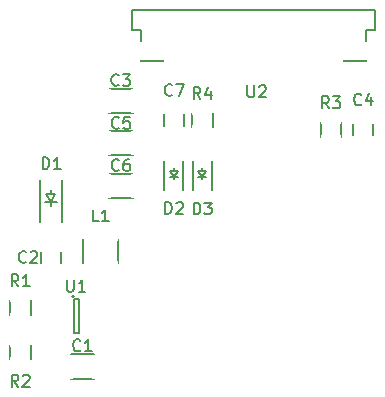
<source format=gto>
G04 #@! TF.GenerationSoftware,KiCad,Pcbnew,(2017-01-24 revision 0b6147e)-makepkg*
G04 #@! TF.CreationDate,2017-10-03T07:54:18-07:00*
G04 #@! TF.ProjectId,OLED_1.5_128X128_breakout,4F4C45445F312E355F31323858313238,rev?*
G04 #@! TF.FileFunction,Legend,Top*
G04 #@! TF.FilePolarity,Positive*
%FSLAX46Y46*%
G04 Gerber Fmt 4.6, Leading zero omitted, Abs format (unit mm)*
G04 Created by KiCad (PCBNEW (2017-01-24 revision 0b6147e)-makepkg) date 10/03/17 07:54:18*
%MOMM*%
%LPD*%
G01*
G04 APERTURE LIST*
%ADD10C,0.100000*%
%ADD11C,0.150000*%
%ADD12R,1.650000X1.400000*%
%ADD13R,0.700000X1.800000*%
%ADD14R,1.300000X1.500000*%
%ADD15R,1.400000X2.000000*%
%ADD16R,1.620000X1.310000*%
%ADD17R,1.200000X1.700000*%
%ADD18R,2.900000X1.400000*%
%ADD19R,2.127200X2.432000*%
%ADD20O,2.127200X2.432000*%
%ADD21R,1.460000X1.050000*%
%ADD22R,1.700000X1.100000*%
%ADD23C,3.100000*%
G04 APERTURE END LIST*
D10*
D11*
X65860000Y-64640000D02*
X65860000Y-63640000D01*
X64160000Y-63640000D02*
X64160000Y-64640000D01*
X79239000Y-59159000D02*
X79239000Y-59159000D01*
X81271000Y-58905000D02*
X81271000Y-59159000D01*
X81271000Y-59159000D02*
X79239000Y-59159000D01*
X79239000Y-59159000D02*
X79239000Y-59159000D01*
X81271000Y-57635000D02*
X81271000Y-56492000D01*
X81271000Y-56492000D02*
X81271000Y-56492000D01*
X82033000Y-56492000D02*
X82033000Y-55603000D01*
X82033000Y-55603000D02*
X82033000Y-55603000D01*
X82033000Y-54841000D02*
X82033000Y-55603000D01*
X82033000Y-55603000D02*
X82033000Y-55603000D01*
X62221000Y-58905000D02*
X62221000Y-59032000D01*
X62221000Y-59032000D02*
X62221000Y-59032000D01*
X64253000Y-59159000D02*
X62221000Y-59159000D01*
X62221000Y-59159000D02*
X62221000Y-59159000D01*
X62221000Y-59159000D02*
X62221000Y-59032000D01*
X62221000Y-59032000D02*
X62221000Y-59032000D01*
X62221000Y-57635000D02*
X62221000Y-56492000D01*
X62221000Y-56492000D02*
X62221000Y-56492000D01*
X62221000Y-56492000D02*
X61459000Y-56492000D01*
X61459000Y-56492000D02*
X61459000Y-56492000D01*
X82033000Y-54841000D02*
X61459000Y-54841000D01*
X61459000Y-54841000D02*
X61459000Y-54841000D01*
X61459000Y-56492000D02*
X61459000Y-54841000D01*
X81271000Y-56492000D02*
X82033000Y-56492000D01*
X58250000Y-83975000D02*
X56250000Y-83975000D01*
X56250000Y-86025000D02*
X58250000Y-86025000D01*
X59500000Y-63525000D02*
X61500000Y-63525000D01*
X61500000Y-61475000D02*
X59500000Y-61475000D01*
X61500000Y-65075000D02*
X59500000Y-65075000D01*
X59500000Y-67125000D02*
X61500000Y-67125000D01*
X61500000Y-68715000D02*
X59500000Y-68715000D01*
X59500000Y-70765000D02*
X61500000Y-70765000D01*
X54590000Y-70412500D02*
X54590000Y-70031500D01*
X54590000Y-71428500D02*
X54590000Y-71047500D01*
X54590000Y-71047500D02*
X54209000Y-70412500D01*
X54209000Y-70412500D02*
X54971000Y-70412500D01*
X54971000Y-70412500D02*
X54590000Y-71047500D01*
X54082000Y-71047500D02*
X55098000Y-71047500D01*
X55490000Y-72730000D02*
X55490000Y-69190000D01*
X53690000Y-72730000D02*
X53690000Y-69190000D01*
X65000000Y-68470000D02*
X65000000Y-68220000D01*
X65000000Y-68970000D02*
X65000000Y-69220000D01*
X65000000Y-68970000D02*
X64650000Y-68470000D01*
X64650000Y-68470000D02*
X65350000Y-68470000D01*
X65350000Y-68470000D02*
X65000000Y-68970000D01*
X64650000Y-68970000D02*
X65350000Y-68970000D01*
X65800000Y-70020000D02*
X65800000Y-67620000D01*
X64200000Y-70020000D02*
X64200000Y-67620000D01*
X66590000Y-70020000D02*
X66590000Y-67620000D01*
X68190000Y-70020000D02*
X68190000Y-67620000D01*
X67040000Y-68970000D02*
X67740000Y-68970000D01*
X67740000Y-68470000D02*
X67390000Y-68970000D01*
X67040000Y-68470000D02*
X67740000Y-68470000D01*
X67390000Y-68970000D02*
X67040000Y-68470000D01*
X67390000Y-68970000D02*
X67390000Y-69220000D01*
X67390000Y-68470000D02*
X67390000Y-68220000D01*
X60265000Y-76210000D02*
X60265000Y-74210000D01*
X57315000Y-74210000D02*
X57315000Y-76210000D01*
X56550000Y-79050000D02*
G75*
G03X56550000Y-79050000I-100000J0D01*
G01*
X57000000Y-79300000D02*
X56500000Y-79300000D01*
X57000000Y-82200000D02*
X57000000Y-79300000D01*
X56500000Y-82200000D02*
X57000000Y-82200000D01*
X56500000Y-79300000D02*
X56500000Y-82200000D01*
X66535000Y-64740000D02*
X66535000Y-63540000D01*
X68285000Y-63540000D02*
X68285000Y-64740000D01*
X51125000Y-80600000D02*
X51125000Y-79400000D01*
X52875000Y-79400000D02*
X52875000Y-80600000D01*
X52875000Y-83150000D02*
X52875000Y-84350000D01*
X51125000Y-84350000D02*
X51125000Y-83150000D01*
X55440000Y-76270000D02*
X55440000Y-75270000D01*
X53740000Y-75270000D02*
X53740000Y-76270000D01*
X81880000Y-65430000D02*
X81880000Y-64430000D01*
X80180000Y-64430000D02*
X80180000Y-65430000D01*
X77415000Y-65530000D02*
X77415000Y-64330000D01*
X79165000Y-64330000D02*
X79165000Y-65530000D01*
X64843333Y-61997142D02*
X64795714Y-62044761D01*
X64652857Y-62092380D01*
X64557619Y-62092380D01*
X64414761Y-62044761D01*
X64319523Y-61949523D01*
X64271904Y-61854285D01*
X64224285Y-61663809D01*
X64224285Y-61520952D01*
X64271904Y-61330476D01*
X64319523Y-61235238D01*
X64414761Y-61140000D01*
X64557619Y-61092380D01*
X64652857Y-61092380D01*
X64795714Y-61140000D01*
X64843333Y-61187619D01*
X65176666Y-61092380D02*
X65843333Y-61092380D01*
X65414761Y-62092380D01*
X71223095Y-61202380D02*
X71223095Y-62011904D01*
X71270714Y-62107142D01*
X71318333Y-62154761D01*
X71413571Y-62202380D01*
X71604047Y-62202380D01*
X71699285Y-62154761D01*
X71746904Y-62107142D01*
X71794523Y-62011904D01*
X71794523Y-61202380D01*
X72223095Y-61297619D02*
X72270714Y-61250000D01*
X72365952Y-61202380D01*
X72604047Y-61202380D01*
X72699285Y-61250000D01*
X72746904Y-61297619D01*
X72794523Y-61392857D01*
X72794523Y-61488095D01*
X72746904Y-61630952D01*
X72175476Y-62202380D01*
X72794523Y-62202380D01*
X57083333Y-83607142D02*
X57035714Y-83654761D01*
X56892857Y-83702380D01*
X56797619Y-83702380D01*
X56654761Y-83654761D01*
X56559523Y-83559523D01*
X56511904Y-83464285D01*
X56464285Y-83273809D01*
X56464285Y-83130952D01*
X56511904Y-82940476D01*
X56559523Y-82845238D01*
X56654761Y-82750000D01*
X56797619Y-82702380D01*
X56892857Y-82702380D01*
X57035714Y-82750000D01*
X57083333Y-82797619D01*
X58035714Y-83702380D02*
X57464285Y-83702380D01*
X57750000Y-83702380D02*
X57750000Y-82702380D01*
X57654761Y-82845238D01*
X57559523Y-82940476D01*
X57464285Y-82988095D01*
X60323333Y-61137142D02*
X60275714Y-61184761D01*
X60132857Y-61232380D01*
X60037619Y-61232380D01*
X59894761Y-61184761D01*
X59799523Y-61089523D01*
X59751904Y-60994285D01*
X59704285Y-60803809D01*
X59704285Y-60660952D01*
X59751904Y-60470476D01*
X59799523Y-60375238D01*
X59894761Y-60280000D01*
X60037619Y-60232380D01*
X60132857Y-60232380D01*
X60275714Y-60280000D01*
X60323333Y-60327619D01*
X60656666Y-60232380D02*
X61275714Y-60232380D01*
X60942380Y-60613333D01*
X61085238Y-60613333D01*
X61180476Y-60660952D01*
X61228095Y-60708571D01*
X61275714Y-60803809D01*
X61275714Y-61041904D01*
X61228095Y-61137142D01*
X61180476Y-61184761D01*
X61085238Y-61232380D01*
X60799523Y-61232380D01*
X60704285Y-61184761D01*
X60656666Y-61137142D01*
X60343333Y-64767142D02*
X60295714Y-64814761D01*
X60152857Y-64862380D01*
X60057619Y-64862380D01*
X59914761Y-64814761D01*
X59819523Y-64719523D01*
X59771904Y-64624285D01*
X59724285Y-64433809D01*
X59724285Y-64290952D01*
X59771904Y-64100476D01*
X59819523Y-64005238D01*
X59914761Y-63910000D01*
X60057619Y-63862380D01*
X60152857Y-63862380D01*
X60295714Y-63910000D01*
X60343333Y-63957619D01*
X61248095Y-63862380D02*
X60771904Y-63862380D01*
X60724285Y-64338571D01*
X60771904Y-64290952D01*
X60867142Y-64243333D01*
X61105238Y-64243333D01*
X61200476Y-64290952D01*
X61248095Y-64338571D01*
X61295714Y-64433809D01*
X61295714Y-64671904D01*
X61248095Y-64767142D01*
X61200476Y-64814761D01*
X61105238Y-64862380D01*
X60867142Y-64862380D01*
X60771904Y-64814761D01*
X60724285Y-64767142D01*
X60333333Y-68347142D02*
X60285714Y-68394761D01*
X60142857Y-68442380D01*
X60047619Y-68442380D01*
X59904761Y-68394761D01*
X59809523Y-68299523D01*
X59761904Y-68204285D01*
X59714285Y-68013809D01*
X59714285Y-67870952D01*
X59761904Y-67680476D01*
X59809523Y-67585238D01*
X59904761Y-67490000D01*
X60047619Y-67442380D01*
X60142857Y-67442380D01*
X60285714Y-67490000D01*
X60333333Y-67537619D01*
X61190476Y-67442380D02*
X61000000Y-67442380D01*
X60904761Y-67490000D01*
X60857142Y-67537619D01*
X60761904Y-67680476D01*
X60714285Y-67870952D01*
X60714285Y-68251904D01*
X60761904Y-68347142D01*
X60809523Y-68394761D01*
X60904761Y-68442380D01*
X61095238Y-68442380D01*
X61190476Y-68394761D01*
X61238095Y-68347142D01*
X61285714Y-68251904D01*
X61285714Y-68013809D01*
X61238095Y-67918571D01*
X61190476Y-67870952D01*
X61095238Y-67823333D01*
X60904761Y-67823333D01*
X60809523Y-67870952D01*
X60761904Y-67918571D01*
X60714285Y-68013809D01*
X53871904Y-68282380D02*
X53871904Y-67282380D01*
X54110000Y-67282380D01*
X54252857Y-67330000D01*
X54348095Y-67425238D01*
X54395714Y-67520476D01*
X54443333Y-67710952D01*
X54443333Y-67853809D01*
X54395714Y-68044285D01*
X54348095Y-68139523D01*
X54252857Y-68234761D01*
X54110000Y-68282380D01*
X53871904Y-68282380D01*
X55395714Y-68282380D02*
X54824285Y-68282380D01*
X55110000Y-68282380D02*
X55110000Y-67282380D01*
X55014761Y-67425238D01*
X54919523Y-67520476D01*
X54824285Y-67568095D01*
X64251904Y-72072380D02*
X64251904Y-71072380D01*
X64490000Y-71072380D01*
X64632857Y-71120000D01*
X64728095Y-71215238D01*
X64775714Y-71310476D01*
X64823333Y-71500952D01*
X64823333Y-71643809D01*
X64775714Y-71834285D01*
X64728095Y-71929523D01*
X64632857Y-72024761D01*
X64490000Y-72072380D01*
X64251904Y-72072380D01*
X65204285Y-71167619D02*
X65251904Y-71120000D01*
X65347142Y-71072380D01*
X65585238Y-71072380D01*
X65680476Y-71120000D01*
X65728095Y-71167619D01*
X65775714Y-71262857D01*
X65775714Y-71358095D01*
X65728095Y-71500952D01*
X65156666Y-72072380D01*
X65775714Y-72072380D01*
X66661904Y-72122380D02*
X66661904Y-71122380D01*
X66900000Y-71122380D01*
X67042857Y-71170000D01*
X67138095Y-71265238D01*
X67185714Y-71360476D01*
X67233333Y-71550952D01*
X67233333Y-71693809D01*
X67185714Y-71884285D01*
X67138095Y-71979523D01*
X67042857Y-72074761D01*
X66900000Y-72122380D01*
X66661904Y-72122380D01*
X67566666Y-71122380D02*
X68185714Y-71122380D01*
X67852380Y-71503333D01*
X67995238Y-71503333D01*
X68090476Y-71550952D01*
X68138095Y-71598571D01*
X68185714Y-71693809D01*
X68185714Y-71931904D01*
X68138095Y-72027142D01*
X68090476Y-72074761D01*
X67995238Y-72122380D01*
X67709523Y-72122380D01*
X67614285Y-72074761D01*
X67566666Y-72027142D01*
X58613333Y-72712380D02*
X58137142Y-72712380D01*
X58137142Y-71712380D01*
X59470476Y-72712380D02*
X58899047Y-72712380D01*
X59184761Y-72712380D02*
X59184761Y-71712380D01*
X59089523Y-71855238D01*
X58994285Y-71950476D01*
X58899047Y-71998095D01*
X55938095Y-77652380D02*
X55938095Y-78461904D01*
X55985714Y-78557142D01*
X56033333Y-78604761D01*
X56128571Y-78652380D01*
X56319047Y-78652380D01*
X56414285Y-78604761D01*
X56461904Y-78557142D01*
X56509523Y-78461904D01*
X56509523Y-77652380D01*
X57509523Y-78652380D02*
X56938095Y-78652380D01*
X57223809Y-78652380D02*
X57223809Y-77652380D01*
X57128571Y-77795238D01*
X57033333Y-77890476D01*
X56938095Y-77938095D01*
X67243333Y-62342380D02*
X66910000Y-61866190D01*
X66671904Y-62342380D02*
X66671904Y-61342380D01*
X67052857Y-61342380D01*
X67148095Y-61390000D01*
X67195714Y-61437619D01*
X67243333Y-61532857D01*
X67243333Y-61675714D01*
X67195714Y-61770952D01*
X67148095Y-61818571D01*
X67052857Y-61866190D01*
X66671904Y-61866190D01*
X68100476Y-61675714D02*
X68100476Y-62342380D01*
X67862380Y-61294761D02*
X67624285Y-62009047D01*
X68243333Y-62009047D01*
X51833333Y-78202380D02*
X51500000Y-77726190D01*
X51261904Y-78202380D02*
X51261904Y-77202380D01*
X51642857Y-77202380D01*
X51738095Y-77250000D01*
X51785714Y-77297619D01*
X51833333Y-77392857D01*
X51833333Y-77535714D01*
X51785714Y-77630952D01*
X51738095Y-77678571D01*
X51642857Y-77726190D01*
X51261904Y-77726190D01*
X52785714Y-78202380D02*
X52214285Y-78202380D01*
X52500000Y-78202380D02*
X52500000Y-77202380D01*
X52404761Y-77345238D01*
X52309523Y-77440476D01*
X52214285Y-77488095D01*
X51833333Y-86702380D02*
X51500000Y-86226190D01*
X51261904Y-86702380D02*
X51261904Y-85702380D01*
X51642857Y-85702380D01*
X51738095Y-85750000D01*
X51785714Y-85797619D01*
X51833333Y-85892857D01*
X51833333Y-86035714D01*
X51785714Y-86130952D01*
X51738095Y-86178571D01*
X51642857Y-86226190D01*
X51261904Y-86226190D01*
X52214285Y-85797619D02*
X52261904Y-85750000D01*
X52357142Y-85702380D01*
X52595238Y-85702380D01*
X52690476Y-85750000D01*
X52738095Y-85797619D01*
X52785714Y-85892857D01*
X52785714Y-85988095D01*
X52738095Y-86130952D01*
X52166666Y-86702380D01*
X52785714Y-86702380D01*
X52493333Y-76127142D02*
X52445714Y-76174761D01*
X52302857Y-76222380D01*
X52207619Y-76222380D01*
X52064761Y-76174761D01*
X51969523Y-76079523D01*
X51921904Y-75984285D01*
X51874285Y-75793809D01*
X51874285Y-75650952D01*
X51921904Y-75460476D01*
X51969523Y-75365238D01*
X52064761Y-75270000D01*
X52207619Y-75222380D01*
X52302857Y-75222380D01*
X52445714Y-75270000D01*
X52493333Y-75317619D01*
X52874285Y-75317619D02*
X52921904Y-75270000D01*
X53017142Y-75222380D01*
X53255238Y-75222380D01*
X53350476Y-75270000D01*
X53398095Y-75317619D01*
X53445714Y-75412857D01*
X53445714Y-75508095D01*
X53398095Y-75650952D01*
X52826666Y-76222380D01*
X53445714Y-76222380D01*
X80863333Y-62787142D02*
X80815714Y-62834761D01*
X80672857Y-62882380D01*
X80577619Y-62882380D01*
X80434761Y-62834761D01*
X80339523Y-62739523D01*
X80291904Y-62644285D01*
X80244285Y-62453809D01*
X80244285Y-62310952D01*
X80291904Y-62120476D01*
X80339523Y-62025238D01*
X80434761Y-61930000D01*
X80577619Y-61882380D01*
X80672857Y-61882380D01*
X80815714Y-61930000D01*
X80863333Y-61977619D01*
X81720476Y-62215714D02*
X81720476Y-62882380D01*
X81482380Y-61834761D02*
X81244285Y-62549047D01*
X81863333Y-62549047D01*
X78123333Y-63132380D02*
X77790000Y-62656190D01*
X77551904Y-63132380D02*
X77551904Y-62132380D01*
X77932857Y-62132380D01*
X78028095Y-62180000D01*
X78075714Y-62227619D01*
X78123333Y-62322857D01*
X78123333Y-62465714D01*
X78075714Y-62560952D01*
X78028095Y-62608571D01*
X77932857Y-62656190D01*
X77551904Y-62656190D01*
X78456666Y-62132380D02*
X79075714Y-62132380D01*
X78742380Y-62513333D01*
X78885238Y-62513333D01*
X78980476Y-62560952D01*
X79028095Y-62608571D01*
X79075714Y-62703809D01*
X79075714Y-62941904D01*
X79028095Y-63037142D01*
X78980476Y-63084761D01*
X78885238Y-63132380D01*
X78599523Y-63132380D01*
X78504285Y-63084761D01*
X78456666Y-63037142D01*
%LPC*%
D12*
X65010000Y-63140000D03*
X65010000Y-65140000D03*
D13*
X78985000Y-59794000D03*
X78485000Y-59794000D03*
X77985000Y-59794000D03*
X77485000Y-59794000D03*
X76985000Y-59794000D03*
X76485000Y-59794000D03*
X75985000Y-59794000D03*
X75485000Y-59794000D03*
X74985000Y-59794000D03*
X74485000Y-59794000D03*
X73985000Y-59794000D03*
X73485000Y-59794000D03*
X72985000Y-59794000D03*
X72485000Y-59794000D03*
X71985000Y-59794000D03*
X71485000Y-59794000D03*
X70985000Y-59794000D03*
X70485000Y-59794000D03*
X69985000Y-59794000D03*
X69485000Y-59794000D03*
X68985000Y-59794000D03*
X68485000Y-59794000D03*
X67985000Y-59794000D03*
X67485000Y-59794000D03*
X66985000Y-59794000D03*
X66485000Y-59794000D03*
X65985000Y-59794000D03*
X65485000Y-59794000D03*
X64985000Y-59794000D03*
X64485000Y-59794000D03*
D14*
X81685000Y-58294000D03*
X61885000Y-58294000D03*
D15*
X55750000Y-85000000D03*
X58750000Y-85000000D03*
X62000000Y-62500000D03*
X59000000Y-62500000D03*
X59000000Y-66100000D03*
X62000000Y-66100000D03*
X59000000Y-69740000D03*
X62000000Y-69740000D03*
D16*
X54590000Y-72365000D03*
X54590000Y-69095000D03*
D17*
X65000000Y-70075000D03*
X65000000Y-67365000D03*
X67390000Y-67365000D03*
X67390000Y-70075000D03*
D18*
X58790000Y-73710000D03*
X58790000Y-76710000D03*
D19*
X51760000Y-89000000D03*
D20*
X54300000Y-89000000D03*
X56840000Y-89000000D03*
X59380000Y-89000000D03*
X61920000Y-89000000D03*
X64460000Y-89000000D03*
X67000000Y-89000000D03*
X69540000Y-89000000D03*
X72080000Y-89000000D03*
X74620000Y-89000000D03*
X77160000Y-89000000D03*
X79700000Y-89000000D03*
X82240000Y-89000000D03*
X84780000Y-89000000D03*
X87320000Y-89000000D03*
X89860000Y-89000000D03*
X92400000Y-89000000D03*
D21*
X55650000Y-79800000D03*
X55650000Y-80750000D03*
X55650000Y-81700000D03*
X57850000Y-81700000D03*
X57850000Y-79800000D03*
D22*
X67410000Y-63190000D03*
X67410000Y-65090000D03*
X52000000Y-79050000D03*
X52000000Y-80950000D03*
X52000000Y-84700000D03*
X52000000Y-82800000D03*
D12*
X54590000Y-74770000D03*
X54590000Y-76770000D03*
X81030000Y-63930000D03*
X81030000Y-65930000D03*
D22*
X78290000Y-63980000D03*
X78290000Y-65880000D03*
D23*
X52250000Y-49250000D03*
X91750000Y-49250000D03*
M02*

</source>
